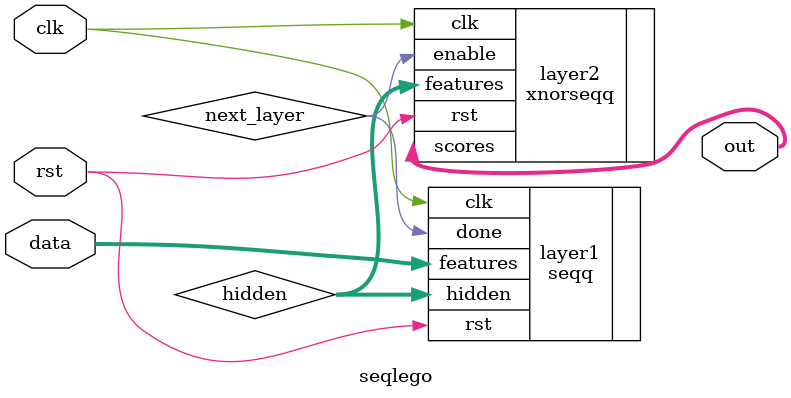
<source format=v>
module seqlego #(
  parameter FEAT_CNT = 4,
  parameter FEAT_BITS = 4,
  parameter HIDDEN_CNT = 4,
  parameter CLASS_CNT = 4,
  parameter Weights0 = 0,
  parameter Weights1 = 0
  ) (
  input clk,
  input rst,
  input [FEAT_CNT*FEAT_BITS-1:0] data,
  output [$clog2(HIDDEN_CNT+1)*CLASS_CNT-1:0] out
  );
  
  localparam SUM_BITS = $clog2(HIDDEN_CNT+1);
  wire [HIDDEN_CNT-1:0] hidden;
  wire next_layer;

  seqq #(.FEAT_CNT(FEAT_CNT),.FEAT_BITS(FEAT_BITS),.HIDDEN_CNT(HIDDEN_CNT),.Weights(Weights0)) layer1 (
    .clk(clk),
    .rst(rst),
    .features(data),
    .hidden(hidden),
    .done(next_layer)
  );

 xnorseqq #(.HIDDEN_CNT(HIDDEN_CNT),.CLASS_CNT(CLASS_CNT),.Weights(Weights1)) layer2 (
    .clk(clk),
    .rst(rst),
    .enable(next_layer),
    .features(hidden),
    .scores(out)
 );
  
endmodule

</source>
